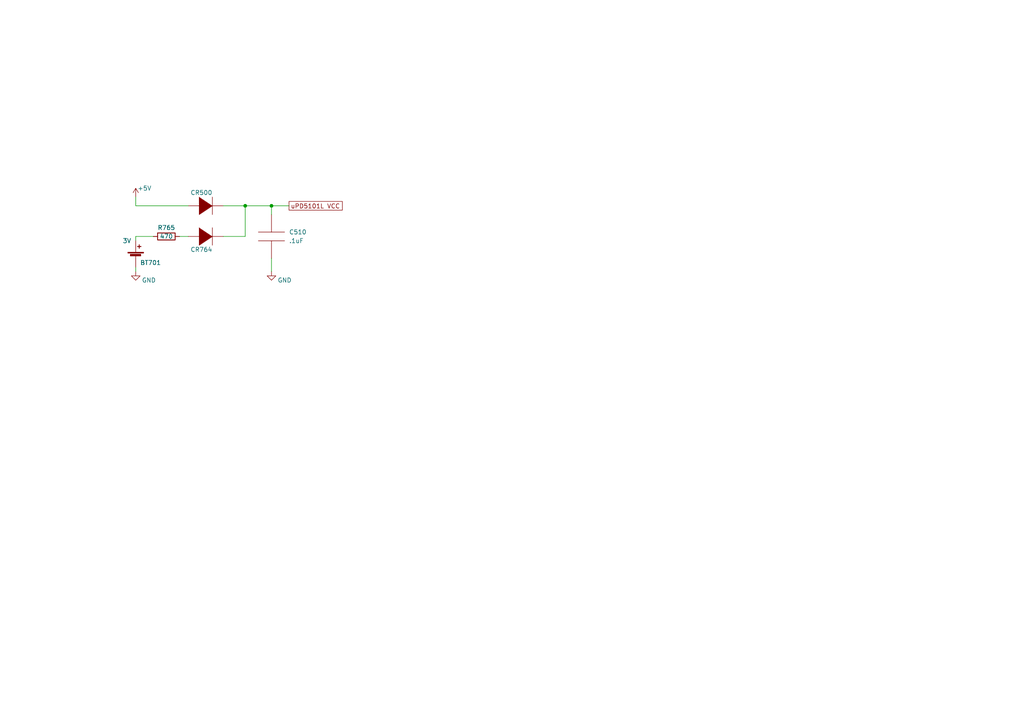
<source format=kicad_sch>
(kicad_sch (version 20211123) (generator eeschema)
  (paper "A4")
  (lib_symbols
    (symbol "DIODE_1" (pin_numbers hide) (pin_names (offset 1.016) hide)
      (property "Reference" "D" (at 0 3.81 0))
      (property "Value" "DIODE_1" (at 0 -4.445 0))
      (symbol "DIODE_1_0_1"
        (polyline (pts (xy 1.905 2.54) (xy 1.905 -2.54)))
        (polyline (pts (xy -1.905 2.54) (xy -1.905 -2.54) (xy 1.905 0)) (fill (type outline)))
      )
      (symbol "DIODE_1_1_1"
        (pin input line (at -5.08 0 0) (length 3.81) (name "K") (number "1"))
        (pin input line (at 5.08 0 180) (length 3.81) (name "A") (number "2"))
      )
    )
    (symbol "Device:Battery_Cell" (pin_numbers hide) (pin_names (offset 0) hide)
      (property "Reference" "BT" (at 2.54 2.54 0))
      (property "Value" "Battery_Cell" (at 2.54 0 0))
      (symbol "Battery_Cell_0_1"
        (rectangle (start -2.286 1.778) (end 2.286 1.524) (fill (type outline)))
        (rectangle (start -1.5748 1.1938) (end 1.4732 0.6858) (fill (type outline)))
        (polyline (pts (xy 0 0.762) (xy 0 0)))
        (polyline (pts (xy 0 1.778) (xy 0 2.54)))
        (polyline (pts (xy 0.508 3.429) (xy 1.524 3.429)) (stroke (width 0.254)))
        (polyline (pts (xy 1.016 3.937) (xy 1.016 2.921)) (stroke (width 0.254)))
      )
      (symbol "Battery_Cell_1_1"
        (pin passive line (at 0 5.08 270) (length 2.54) (name "+") (number "1"))
        (pin passive line (at 0 -2.54 90) (length 2.54) (name "-") (number "2"))
      )
    )
    (symbol "Device:R" (pin_numbers hide) (pin_names (offset 0))
      (property "Reference" "R" (at 2.032 0 90))
      (property "Value" "R" (at 0 0 90))
      (symbol "R_0_1"
        (rectangle (start -1.016 -2.54) (end 1.016 2.54) (stroke (width 0.254)))
      )
      (symbol "R_1_1"
        (pin passive line (at 0 3.81 270) (length 1.27) (name "~") (number "1"))
        (pin passive line (at 0 -3.81 90) (length 1.27) (name "~") (number "2"))
      )
    )
    (symbol "power:+5V" (power) (pin_names (offset 0))
      (property "Value" "+5V" (at 0 3.556 0))
      (symbol "+5V_0_1"
        (polyline (pts (xy -0.762 1.27) (xy 0 2.54)))
        (polyline (pts (xy 0 0) (xy 0 2.54)))
        (polyline (pts (xy 0 2.54) (xy 0.762 1.27)))
      )
      (symbol "+5V_1_1"
        (pin power_in line (at 0 0 90) (length 0) hide (name "+5V") (number "1"))
      )
    )
    (symbol "power:GND" (power) (pin_names (offset 0))
      (property "Value" "GND" (at 0 -3.81 0))
      (symbol "GND_0_1"
        (polyline (pts (xy 0 0) (xy 0 -1.27) (xy 1.27 -1.27) (xy 0 -2.54) (xy -1.27 -1.27) (xy 0 -1.27)))
      )
      (symbol "GND_1_1"
        (pin power_in line (at 0 0 270) (length 0) hide (name "GND") (number "1"))
      )
    )
    (symbol "pspice:C" (pin_numbers hide) (pin_names (offset 0.254) hide)
      (property "Reference" "C" (at 2.54 3.81 90))
      (property "Value" "C" (at 2.54 -3.81 90))
      (symbol "C_0_1"
        (polyline (pts (xy -3.81 -1.27) (xy 3.81 -1.27)))
        (polyline (pts (xy -3.81 1.27) (xy 3.81 1.27)))
      )
      (symbol "C_1_1"
        (pin passive line (at 0 6.35 270) (length 5.08) (name "~") (number "1"))
        (pin passive line (at 0 -6.35 90) (length 5.08) (name "~") (number "2"))
      )
    )
    (symbol "pspice:DIODE" (pin_numbers hide) (pin_names (offset 1.016) hide)
      (property "Reference" "D" (at 0 3.81 0))
      (property "Value" "DIODE" (at 0 -4.445 0))
      (symbol "DIODE_0_1"
        (polyline (pts (xy 1.905 2.54) (xy 1.905 -2.54)))
        (polyline (pts (xy -1.905 2.54) (xy -1.905 -2.54) (xy 1.905 0)) (fill (type outline)))
      )
      (symbol "DIODE_1_1"
        (pin input line (at -5.08 0 0) (length 3.81) (name "K") (number "1"))
        (pin input line (at 5.08 0 180) (length 3.81) (name "A") (number "2"))
      )
    )
  )
  (junction (at 71.12 59.69))
  (junction (at 78.74 59.69))
  (wire (pts (xy 39.37 59.69) (xy 54.61 59.69)))
  (wire (pts (xy 78.74 59.69) (xy 83.82 59.69)))
  (wire (pts (xy 78.74 74.93) (xy 78.74 78.74)))
  (wire (pts (xy 39.37 69.85) (xy 39.37 68.58)))
  (wire (pts (xy 71.12 59.69) (xy 78.74 59.69)))
  (wire (pts (xy 52.07 68.58) (xy 54.61 68.58)))
  (wire (pts (xy 39.37 68.58) (xy 44.45 68.58)))
  (wire (pts (xy 39.37 77.47) (xy 39.37 78.74)))
  (wire (pts (xy 64.77 68.58) (xy 71.12 68.58)))
  (wire (pts (xy 71.12 68.58) (xy 71.12 59.69)))
  (wire (pts (xy 39.37 57.15) (xy 39.37 59.69)))
  (wire (pts (xy 78.74 59.69) (xy 78.74 62.23)))
  (wire (pts (xy 64.77 59.69) (xy 71.12 59.69)))
  (global_label "uPD5101L VCC" (shape passive) (at 83.82 59.69 0) (property "Intersheet References" "${INTERSHEET_REFS}" (effects hide)))
  (symbol (lib_id "Device:R") (at 48.26 68.58 90) (unit 1)
    (property "Reference" "R765" (at 48.26 66.04 90))
    (property "Value" "470" (at 48.26 68.58 90))
  )
  (symbol (lib_id "power:GND") (at 39.37 78.74 0) (unit 1)
    (property "Reference" "#PWR?" (effects hide))
    (property "Value" "GND" (at 43.18 81.28 0))
  )
  (symbol (lib_id "pspice:C") (at 78.74 68.58 0) (unit 1)
    (property "Reference" "C510" (at 83.82 67.3099 0) (effects (justify left)))
    (property "Value" ".1uF" (at 83.82 69.8499 0) (effects (justify left)))
  )
  (symbol (lib_name "DIODE_1") (lib_id "pspice:DIODE") (at 59.69 59.69 0) (unit 1)
    (property "Reference" "CR500" (at 58.42 55.88 0))
    (property "Value" "DIODE" (effects hide))
  )
  (symbol (lib_id "power:+5V") (at 39.37 57.15 0) (unit 1)
    (property "Reference" "#PWR?" (effects hide))
    (property "Value" "+5V" (at 41.91 54.61 0))
  )
  (symbol (lib_id "Device:Battery_Cell") (at 39.37 74.93 0) (unit 1)
    (property "Reference" "BT701" (at 40.64 76.2 0) (effects (justify left)))
    (property "Value" "3V" (at 35.56 69.85 0) (effects (justify left)))
  )
  (symbol (lib_id "power:GND") (at 78.74 78.74 0) (unit 1)
    (property "Reference" "#PWR?" (effects hide))
    (property "Value" "GND" (at 82.55 81.28 0))
  )
  (symbol (lib_id "pspice:DIODE") (at 59.69 68.58 0) (unit 1)
    (property "Reference" "CR764" (at 58.42 72.39 0))
    (property "Value" "DIODE" (effects hide))
  )
)
</source>
